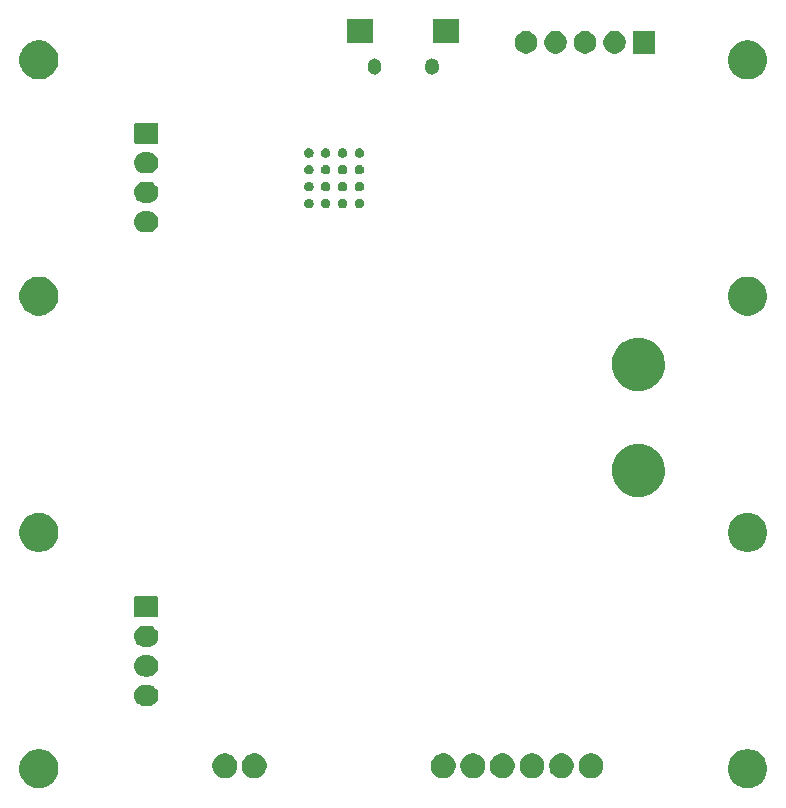
<source format=gbs>
G04 #@! TF.GenerationSoftware,KiCad,Pcbnew,(5.0.2)-1*
G04 #@! TF.CreationDate,2019-10-10T06:56:03+09:00*
G04 #@! TF.ProjectId,PM_Board,504d5f42-6f61-4726-942e-6b696361645f,rev?*
G04 #@! TF.SameCoordinates,Original*
G04 #@! TF.FileFunction,Soldermask,Bot*
G04 #@! TF.FilePolarity,Negative*
%FSLAX46Y46*%
G04 Gerber Fmt 4.6, Leading zero omitted, Abs format (unit mm)*
G04 Created by KiCad (PCBNEW (5.0.2)-1) date 2019/10/10 6:56:03*
%MOMM*%
%LPD*%
G01*
G04 APERTURE LIST*
%ADD10C,0.100000*%
G04 APERTURE END LIST*
D10*
G36*
X182875256Y-138391298D02*
X182981579Y-138412447D01*
X183282042Y-138536903D01*
X183524637Y-138699000D01*
X183552454Y-138717587D01*
X183782413Y-138947546D01*
X183963098Y-139217960D01*
X183999550Y-139305963D01*
X184087553Y-139518421D01*
X184151000Y-139837391D01*
X184151000Y-140162609D01*
X184099807Y-140419976D01*
X184087553Y-140481578D01*
X183971975Y-140760610D01*
X183963097Y-140782042D01*
X183784820Y-141048852D01*
X183782413Y-141052454D01*
X183552454Y-141282413D01*
X183552451Y-141282415D01*
X183282042Y-141463097D01*
X182981579Y-141587553D01*
X182875256Y-141608702D01*
X182662611Y-141651000D01*
X182337389Y-141651000D01*
X182124744Y-141608702D01*
X182018421Y-141587553D01*
X181717958Y-141463097D01*
X181447549Y-141282415D01*
X181447546Y-141282413D01*
X181217587Y-141052454D01*
X181215180Y-141048852D01*
X181036903Y-140782042D01*
X181028026Y-140760610D01*
X180912447Y-140481578D01*
X180900194Y-140419976D01*
X180849000Y-140162609D01*
X180849000Y-139837391D01*
X180912447Y-139518421D01*
X181000450Y-139305963D01*
X181036902Y-139217960D01*
X181217587Y-138947546D01*
X181447546Y-138717587D01*
X181475363Y-138699000D01*
X181717958Y-138536903D01*
X182018421Y-138412447D01*
X182124744Y-138391298D01*
X182337389Y-138349000D01*
X182662611Y-138349000D01*
X182875256Y-138391298D01*
X182875256Y-138391298D01*
G37*
G36*
X122875256Y-138391298D02*
X122981579Y-138412447D01*
X123282042Y-138536903D01*
X123524637Y-138699000D01*
X123552454Y-138717587D01*
X123782413Y-138947546D01*
X123963098Y-139217960D01*
X123999550Y-139305963D01*
X124087553Y-139518421D01*
X124151000Y-139837391D01*
X124151000Y-140162609D01*
X124099807Y-140419976D01*
X124087553Y-140481578D01*
X123971975Y-140760610D01*
X123963097Y-140782042D01*
X123784820Y-141048852D01*
X123782413Y-141052454D01*
X123552454Y-141282413D01*
X123552451Y-141282415D01*
X123282042Y-141463097D01*
X122981579Y-141587553D01*
X122875256Y-141608702D01*
X122662611Y-141651000D01*
X122337389Y-141651000D01*
X122124744Y-141608702D01*
X122018421Y-141587553D01*
X121717958Y-141463097D01*
X121447549Y-141282415D01*
X121447546Y-141282413D01*
X121217587Y-141052454D01*
X121215180Y-141048852D01*
X121036903Y-140782042D01*
X121028026Y-140760610D01*
X120912447Y-140481578D01*
X120900194Y-140419976D01*
X120849000Y-140162609D01*
X120849000Y-139837391D01*
X120912447Y-139518421D01*
X121000450Y-139305963D01*
X121036902Y-139217960D01*
X121217587Y-138947546D01*
X121447546Y-138717587D01*
X121475363Y-138699000D01*
X121717958Y-138536903D01*
X122018421Y-138412447D01*
X122124744Y-138391298D01*
X122337389Y-138349000D01*
X122662611Y-138349000D01*
X122875256Y-138391298D01*
X122875256Y-138391298D01*
G37*
G36*
X138556565Y-138739389D02*
X138747834Y-138818615D01*
X138919976Y-138933637D01*
X139066363Y-139080024D01*
X139181385Y-139252166D01*
X139260611Y-139443435D01*
X139301000Y-139646484D01*
X139301000Y-139853516D01*
X139260611Y-140056565D01*
X139181385Y-140247834D01*
X139066363Y-140419976D01*
X138919976Y-140566363D01*
X138747834Y-140681385D01*
X138556565Y-140760611D01*
X138353516Y-140801000D01*
X138146484Y-140801000D01*
X137943435Y-140760611D01*
X137752166Y-140681385D01*
X137580024Y-140566363D01*
X137433637Y-140419976D01*
X137318615Y-140247834D01*
X137239389Y-140056565D01*
X137199000Y-139853516D01*
X137199000Y-139646484D01*
X137239389Y-139443435D01*
X137318615Y-139252166D01*
X137433637Y-139080024D01*
X137580024Y-138933637D01*
X137752166Y-138818615D01*
X137943435Y-138739389D01*
X138146484Y-138699000D01*
X138353516Y-138699000D01*
X138556565Y-138739389D01*
X138556565Y-138739389D01*
G37*
G36*
X141056565Y-138739389D02*
X141247834Y-138818615D01*
X141419976Y-138933637D01*
X141566363Y-139080024D01*
X141681385Y-139252166D01*
X141760611Y-139443435D01*
X141801000Y-139646484D01*
X141801000Y-139853516D01*
X141760611Y-140056565D01*
X141681385Y-140247834D01*
X141566363Y-140419976D01*
X141419976Y-140566363D01*
X141247834Y-140681385D01*
X141056565Y-140760611D01*
X140853516Y-140801000D01*
X140646484Y-140801000D01*
X140443435Y-140760611D01*
X140252166Y-140681385D01*
X140080024Y-140566363D01*
X139933637Y-140419976D01*
X139818615Y-140247834D01*
X139739389Y-140056565D01*
X139699000Y-139853516D01*
X139699000Y-139646484D01*
X139739389Y-139443435D01*
X139818615Y-139252166D01*
X139933637Y-139080024D01*
X140080024Y-138933637D01*
X140252166Y-138818615D01*
X140443435Y-138739389D01*
X140646484Y-138699000D01*
X140853516Y-138699000D01*
X141056565Y-138739389D01*
X141056565Y-138739389D01*
G37*
G36*
X157056565Y-138739389D02*
X157247834Y-138818615D01*
X157419976Y-138933637D01*
X157566363Y-139080024D01*
X157681385Y-139252166D01*
X157760611Y-139443435D01*
X157801000Y-139646484D01*
X157801000Y-139853516D01*
X157760611Y-140056565D01*
X157681385Y-140247834D01*
X157566363Y-140419976D01*
X157419976Y-140566363D01*
X157247834Y-140681385D01*
X157056565Y-140760611D01*
X156853516Y-140801000D01*
X156646484Y-140801000D01*
X156443435Y-140760611D01*
X156252166Y-140681385D01*
X156080024Y-140566363D01*
X155933637Y-140419976D01*
X155818615Y-140247834D01*
X155739389Y-140056565D01*
X155699000Y-139853516D01*
X155699000Y-139646484D01*
X155739389Y-139443435D01*
X155818615Y-139252166D01*
X155933637Y-139080024D01*
X156080024Y-138933637D01*
X156252166Y-138818615D01*
X156443435Y-138739389D01*
X156646484Y-138699000D01*
X156853516Y-138699000D01*
X157056565Y-138739389D01*
X157056565Y-138739389D01*
G37*
G36*
X159556565Y-138739389D02*
X159747834Y-138818615D01*
X159919976Y-138933637D01*
X160066363Y-139080024D01*
X160181385Y-139252166D01*
X160260611Y-139443435D01*
X160301000Y-139646484D01*
X160301000Y-139853516D01*
X160260611Y-140056565D01*
X160181385Y-140247834D01*
X160066363Y-140419976D01*
X159919976Y-140566363D01*
X159747834Y-140681385D01*
X159556565Y-140760611D01*
X159353516Y-140801000D01*
X159146484Y-140801000D01*
X158943435Y-140760611D01*
X158752166Y-140681385D01*
X158580024Y-140566363D01*
X158433637Y-140419976D01*
X158318615Y-140247834D01*
X158239389Y-140056565D01*
X158199000Y-139853516D01*
X158199000Y-139646484D01*
X158239389Y-139443435D01*
X158318615Y-139252166D01*
X158433637Y-139080024D01*
X158580024Y-138933637D01*
X158752166Y-138818615D01*
X158943435Y-138739389D01*
X159146484Y-138699000D01*
X159353516Y-138699000D01*
X159556565Y-138739389D01*
X159556565Y-138739389D01*
G37*
G36*
X169556565Y-138739389D02*
X169747834Y-138818615D01*
X169919976Y-138933637D01*
X170066363Y-139080024D01*
X170181385Y-139252166D01*
X170260611Y-139443435D01*
X170301000Y-139646484D01*
X170301000Y-139853516D01*
X170260611Y-140056565D01*
X170181385Y-140247834D01*
X170066363Y-140419976D01*
X169919976Y-140566363D01*
X169747834Y-140681385D01*
X169556565Y-140760611D01*
X169353516Y-140801000D01*
X169146484Y-140801000D01*
X168943435Y-140760611D01*
X168752166Y-140681385D01*
X168580024Y-140566363D01*
X168433637Y-140419976D01*
X168318615Y-140247834D01*
X168239389Y-140056565D01*
X168199000Y-139853516D01*
X168199000Y-139646484D01*
X168239389Y-139443435D01*
X168318615Y-139252166D01*
X168433637Y-139080024D01*
X168580024Y-138933637D01*
X168752166Y-138818615D01*
X168943435Y-138739389D01*
X169146484Y-138699000D01*
X169353516Y-138699000D01*
X169556565Y-138739389D01*
X169556565Y-138739389D01*
G37*
G36*
X167056565Y-138739389D02*
X167247834Y-138818615D01*
X167419976Y-138933637D01*
X167566363Y-139080024D01*
X167681385Y-139252166D01*
X167760611Y-139443435D01*
X167801000Y-139646484D01*
X167801000Y-139853516D01*
X167760611Y-140056565D01*
X167681385Y-140247834D01*
X167566363Y-140419976D01*
X167419976Y-140566363D01*
X167247834Y-140681385D01*
X167056565Y-140760611D01*
X166853516Y-140801000D01*
X166646484Y-140801000D01*
X166443435Y-140760611D01*
X166252166Y-140681385D01*
X166080024Y-140566363D01*
X165933637Y-140419976D01*
X165818615Y-140247834D01*
X165739389Y-140056565D01*
X165699000Y-139853516D01*
X165699000Y-139646484D01*
X165739389Y-139443435D01*
X165818615Y-139252166D01*
X165933637Y-139080024D01*
X166080024Y-138933637D01*
X166252166Y-138818615D01*
X166443435Y-138739389D01*
X166646484Y-138699000D01*
X166853516Y-138699000D01*
X167056565Y-138739389D01*
X167056565Y-138739389D01*
G37*
G36*
X162056565Y-138739389D02*
X162247834Y-138818615D01*
X162419976Y-138933637D01*
X162566363Y-139080024D01*
X162681385Y-139252166D01*
X162760611Y-139443435D01*
X162801000Y-139646484D01*
X162801000Y-139853516D01*
X162760611Y-140056565D01*
X162681385Y-140247834D01*
X162566363Y-140419976D01*
X162419976Y-140566363D01*
X162247834Y-140681385D01*
X162056565Y-140760611D01*
X161853516Y-140801000D01*
X161646484Y-140801000D01*
X161443435Y-140760611D01*
X161252166Y-140681385D01*
X161080024Y-140566363D01*
X160933637Y-140419976D01*
X160818615Y-140247834D01*
X160739389Y-140056565D01*
X160699000Y-139853516D01*
X160699000Y-139646484D01*
X160739389Y-139443435D01*
X160818615Y-139252166D01*
X160933637Y-139080024D01*
X161080024Y-138933637D01*
X161252166Y-138818615D01*
X161443435Y-138739389D01*
X161646484Y-138699000D01*
X161853516Y-138699000D01*
X162056565Y-138739389D01*
X162056565Y-138739389D01*
G37*
G36*
X164556565Y-138739389D02*
X164747834Y-138818615D01*
X164919976Y-138933637D01*
X165066363Y-139080024D01*
X165181385Y-139252166D01*
X165260611Y-139443435D01*
X165301000Y-139646484D01*
X165301000Y-139853516D01*
X165260611Y-140056565D01*
X165181385Y-140247834D01*
X165066363Y-140419976D01*
X164919976Y-140566363D01*
X164747834Y-140681385D01*
X164556565Y-140760611D01*
X164353516Y-140801000D01*
X164146484Y-140801000D01*
X163943435Y-140760611D01*
X163752166Y-140681385D01*
X163580024Y-140566363D01*
X163433637Y-140419976D01*
X163318615Y-140247834D01*
X163239389Y-140056565D01*
X163199000Y-139853516D01*
X163199000Y-139646484D01*
X163239389Y-139443435D01*
X163318615Y-139252166D01*
X163433637Y-139080024D01*
X163580024Y-138933637D01*
X163752166Y-138818615D01*
X163943435Y-138739389D01*
X164146484Y-138699000D01*
X164353516Y-138699000D01*
X164556565Y-138739389D01*
X164556565Y-138739389D01*
G37*
G36*
X131835442Y-132905518D02*
X131901627Y-132912037D01*
X132014853Y-132946384D01*
X132071467Y-132963557D01*
X132210087Y-133037652D01*
X132227991Y-133047222D01*
X132263729Y-133076552D01*
X132365186Y-133159814D01*
X132448448Y-133261271D01*
X132477778Y-133297009D01*
X132477779Y-133297011D01*
X132561443Y-133453533D01*
X132561443Y-133453534D01*
X132612963Y-133623373D01*
X132630359Y-133800000D01*
X132612963Y-133976627D01*
X132578616Y-134089853D01*
X132561443Y-134146467D01*
X132487348Y-134285087D01*
X132477778Y-134302991D01*
X132448448Y-134338729D01*
X132365186Y-134440186D01*
X132263729Y-134523448D01*
X132227991Y-134552778D01*
X132227989Y-134552779D01*
X132071467Y-134636443D01*
X132014853Y-134653616D01*
X131901627Y-134687963D01*
X131835442Y-134694482D01*
X131769260Y-134701000D01*
X131430740Y-134701000D01*
X131364558Y-134694482D01*
X131298373Y-134687963D01*
X131185147Y-134653616D01*
X131128533Y-134636443D01*
X130972011Y-134552779D01*
X130972009Y-134552778D01*
X130936271Y-134523448D01*
X130834814Y-134440186D01*
X130751552Y-134338729D01*
X130722222Y-134302991D01*
X130712652Y-134285087D01*
X130638557Y-134146467D01*
X130621384Y-134089853D01*
X130587037Y-133976627D01*
X130569641Y-133800000D01*
X130587037Y-133623373D01*
X130638557Y-133453534D01*
X130638557Y-133453533D01*
X130722221Y-133297011D01*
X130722222Y-133297009D01*
X130751552Y-133261271D01*
X130834814Y-133159814D01*
X130936271Y-133076552D01*
X130972009Y-133047222D01*
X130989913Y-133037652D01*
X131128533Y-132963557D01*
X131185147Y-132946384D01*
X131298373Y-132912037D01*
X131364558Y-132905518D01*
X131430740Y-132899000D01*
X131769260Y-132899000D01*
X131835442Y-132905518D01*
X131835442Y-132905518D01*
G37*
G36*
X131835442Y-130405518D02*
X131901627Y-130412037D01*
X132014853Y-130446384D01*
X132071467Y-130463557D01*
X132210087Y-130537652D01*
X132227991Y-130547222D01*
X132263729Y-130576552D01*
X132365186Y-130659814D01*
X132448448Y-130761271D01*
X132477778Y-130797009D01*
X132477779Y-130797011D01*
X132561443Y-130953533D01*
X132561443Y-130953534D01*
X132612963Y-131123373D01*
X132630359Y-131300000D01*
X132612963Y-131476627D01*
X132578616Y-131589853D01*
X132561443Y-131646467D01*
X132487348Y-131785087D01*
X132477778Y-131802991D01*
X132448448Y-131838729D01*
X132365186Y-131940186D01*
X132263729Y-132023448D01*
X132227991Y-132052778D01*
X132227989Y-132052779D01*
X132071467Y-132136443D01*
X132014853Y-132153616D01*
X131901627Y-132187963D01*
X131835443Y-132194481D01*
X131769260Y-132201000D01*
X131430740Y-132201000D01*
X131364557Y-132194481D01*
X131298373Y-132187963D01*
X131185147Y-132153616D01*
X131128533Y-132136443D01*
X130972011Y-132052779D01*
X130972009Y-132052778D01*
X130936271Y-132023448D01*
X130834814Y-131940186D01*
X130751552Y-131838729D01*
X130722222Y-131802991D01*
X130712652Y-131785087D01*
X130638557Y-131646467D01*
X130621384Y-131589853D01*
X130587037Y-131476627D01*
X130569641Y-131300000D01*
X130587037Y-131123373D01*
X130638557Y-130953534D01*
X130638557Y-130953533D01*
X130722221Y-130797011D01*
X130722222Y-130797009D01*
X130751552Y-130761271D01*
X130834814Y-130659814D01*
X130936271Y-130576552D01*
X130972009Y-130547222D01*
X130989913Y-130537652D01*
X131128533Y-130463557D01*
X131185147Y-130446384D01*
X131298373Y-130412037D01*
X131364558Y-130405518D01*
X131430740Y-130399000D01*
X131769260Y-130399000D01*
X131835442Y-130405518D01*
X131835442Y-130405518D01*
G37*
G36*
X131835442Y-127905518D02*
X131901627Y-127912037D01*
X132014853Y-127946384D01*
X132071467Y-127963557D01*
X132210087Y-128037652D01*
X132227991Y-128047222D01*
X132263729Y-128076552D01*
X132365186Y-128159814D01*
X132448448Y-128261271D01*
X132477778Y-128297009D01*
X132477779Y-128297011D01*
X132561443Y-128453533D01*
X132561443Y-128453534D01*
X132612963Y-128623373D01*
X132630359Y-128800000D01*
X132612963Y-128976627D01*
X132578616Y-129089853D01*
X132561443Y-129146467D01*
X132487348Y-129285087D01*
X132477778Y-129302991D01*
X132448448Y-129338729D01*
X132365186Y-129440186D01*
X132263729Y-129523448D01*
X132227991Y-129552778D01*
X132227989Y-129552779D01*
X132071467Y-129636443D01*
X132014853Y-129653616D01*
X131901627Y-129687963D01*
X131835442Y-129694482D01*
X131769260Y-129701000D01*
X131430740Y-129701000D01*
X131364558Y-129694482D01*
X131298373Y-129687963D01*
X131185147Y-129653616D01*
X131128533Y-129636443D01*
X130972011Y-129552779D01*
X130972009Y-129552778D01*
X130936271Y-129523448D01*
X130834814Y-129440186D01*
X130751552Y-129338729D01*
X130722222Y-129302991D01*
X130712652Y-129285087D01*
X130638557Y-129146467D01*
X130621384Y-129089853D01*
X130587037Y-128976627D01*
X130569641Y-128800000D01*
X130587037Y-128623373D01*
X130638557Y-128453534D01*
X130638557Y-128453533D01*
X130722221Y-128297011D01*
X130722222Y-128297009D01*
X130751552Y-128261271D01*
X130834814Y-128159814D01*
X130936271Y-128076552D01*
X130972009Y-128047222D01*
X130989913Y-128037652D01*
X131128533Y-127963557D01*
X131185147Y-127946384D01*
X131298373Y-127912037D01*
X131364558Y-127905518D01*
X131430740Y-127899000D01*
X131769260Y-127899000D01*
X131835442Y-127905518D01*
X131835442Y-127905518D01*
G37*
G36*
X132483600Y-125402989D02*
X132516649Y-125413014D01*
X132547106Y-125429294D01*
X132573799Y-125451201D01*
X132595706Y-125477894D01*
X132611986Y-125508351D01*
X132622011Y-125541400D01*
X132626000Y-125581904D01*
X132626000Y-127018096D01*
X132622011Y-127058600D01*
X132611986Y-127091649D01*
X132595706Y-127122106D01*
X132573799Y-127148799D01*
X132547106Y-127170706D01*
X132516649Y-127186986D01*
X132483600Y-127197011D01*
X132443096Y-127201000D01*
X130756904Y-127201000D01*
X130716400Y-127197011D01*
X130683351Y-127186986D01*
X130652894Y-127170706D01*
X130626201Y-127148799D01*
X130604294Y-127122106D01*
X130588014Y-127091649D01*
X130577989Y-127058600D01*
X130574000Y-127018096D01*
X130574000Y-125581904D01*
X130577989Y-125541400D01*
X130588014Y-125508351D01*
X130604294Y-125477894D01*
X130626201Y-125451201D01*
X130652894Y-125429294D01*
X130683351Y-125413014D01*
X130716400Y-125402989D01*
X130756904Y-125399000D01*
X132443096Y-125399000D01*
X132483600Y-125402989D01*
X132483600Y-125402989D01*
G37*
G36*
X122875256Y-118391298D02*
X122981579Y-118412447D01*
X123282042Y-118536903D01*
X123548852Y-118715180D01*
X123552454Y-118717587D01*
X123782413Y-118947546D01*
X123963098Y-119217960D01*
X124087553Y-119518422D01*
X124151000Y-119837389D01*
X124151000Y-120162611D01*
X124087553Y-120481578D01*
X123963098Y-120782040D01*
X123782413Y-121052454D01*
X123552454Y-121282413D01*
X123552451Y-121282415D01*
X123282042Y-121463097D01*
X122981579Y-121587553D01*
X122875256Y-121608702D01*
X122662611Y-121651000D01*
X122337389Y-121651000D01*
X122124744Y-121608702D01*
X122018421Y-121587553D01*
X121717958Y-121463097D01*
X121447549Y-121282415D01*
X121447546Y-121282413D01*
X121217587Y-121052454D01*
X121036902Y-120782040D01*
X120912447Y-120481578D01*
X120849000Y-120162611D01*
X120849000Y-119837389D01*
X120912447Y-119518422D01*
X121036902Y-119217960D01*
X121217587Y-118947546D01*
X121447546Y-118717587D01*
X121451148Y-118715180D01*
X121717958Y-118536903D01*
X122018421Y-118412447D01*
X122124744Y-118391298D01*
X122337389Y-118349000D01*
X122662611Y-118349000D01*
X122875256Y-118391298D01*
X122875256Y-118391298D01*
G37*
G36*
X182875256Y-118391298D02*
X182981579Y-118412447D01*
X183282042Y-118536903D01*
X183548852Y-118715180D01*
X183552454Y-118717587D01*
X183782413Y-118947546D01*
X183963098Y-119217960D01*
X184087553Y-119518422D01*
X184151000Y-119837389D01*
X184151000Y-120162611D01*
X184087553Y-120481578D01*
X183963098Y-120782040D01*
X183782413Y-121052454D01*
X183552454Y-121282413D01*
X183552451Y-121282415D01*
X183282042Y-121463097D01*
X182981579Y-121587553D01*
X182875256Y-121608702D01*
X182662611Y-121651000D01*
X182337389Y-121651000D01*
X182124744Y-121608702D01*
X182018421Y-121587553D01*
X181717958Y-121463097D01*
X181447549Y-121282415D01*
X181447546Y-121282413D01*
X181217587Y-121052454D01*
X181036902Y-120782040D01*
X180912447Y-120481578D01*
X180849000Y-120162611D01*
X180849000Y-119837389D01*
X180912447Y-119518422D01*
X181036902Y-119217960D01*
X181217587Y-118947546D01*
X181447546Y-118717587D01*
X181451148Y-118715180D01*
X181717958Y-118536903D01*
X182018421Y-118412447D01*
X182124744Y-118391298D01*
X182337389Y-118349000D01*
X182662611Y-118349000D01*
X182875256Y-118391298D01*
X182875256Y-118391298D01*
G37*
G36*
X173558445Y-112516254D02*
X173906593Y-112585504D01*
X174316249Y-112755189D01*
X174684929Y-113001534D01*
X174998466Y-113315071D01*
X175244811Y-113683751D01*
X175414496Y-114093407D01*
X175465336Y-114349000D01*
X175501000Y-114528294D01*
X175501000Y-114971706D01*
X175483746Y-115058445D01*
X175414496Y-115406593D01*
X175244811Y-115816249D01*
X174998466Y-116184929D01*
X174684929Y-116498466D01*
X174316249Y-116744811D01*
X173906593Y-116914496D01*
X173558445Y-116983746D01*
X173471706Y-117001000D01*
X173028294Y-117001000D01*
X172941555Y-116983746D01*
X172593407Y-116914496D01*
X172183751Y-116744811D01*
X171815071Y-116498466D01*
X171501534Y-116184929D01*
X171255189Y-115816249D01*
X171085504Y-115406593D01*
X171016254Y-115058445D01*
X170999000Y-114971706D01*
X170999000Y-114528294D01*
X171034664Y-114349000D01*
X171085504Y-114093407D01*
X171255189Y-113683751D01*
X171501534Y-113315071D01*
X171815071Y-113001534D01*
X172183751Y-112755189D01*
X172593407Y-112585504D01*
X172941555Y-112516254D01*
X173028294Y-112499000D01*
X173471706Y-112499000D01*
X173558445Y-112516254D01*
X173558445Y-112516254D01*
G37*
G36*
X173558445Y-103516254D02*
X173906593Y-103585504D01*
X174316249Y-103755189D01*
X174684929Y-104001534D01*
X174998466Y-104315071D01*
X175244811Y-104683751D01*
X175414496Y-105093407D01*
X175465336Y-105349000D01*
X175501000Y-105528294D01*
X175501000Y-105971706D01*
X175483746Y-106058445D01*
X175414496Y-106406593D01*
X175244811Y-106816249D01*
X174998466Y-107184929D01*
X174684929Y-107498466D01*
X174316249Y-107744811D01*
X173906593Y-107914496D01*
X173558445Y-107983746D01*
X173471706Y-108001000D01*
X173028294Y-108001000D01*
X172941555Y-107983746D01*
X172593407Y-107914496D01*
X172183751Y-107744811D01*
X171815071Y-107498466D01*
X171501534Y-107184929D01*
X171255189Y-106816249D01*
X171085504Y-106406593D01*
X171016254Y-106058445D01*
X170999000Y-105971706D01*
X170999000Y-105528294D01*
X171034664Y-105349000D01*
X171085504Y-105093407D01*
X171255189Y-104683751D01*
X171501534Y-104315071D01*
X171815071Y-104001534D01*
X172183751Y-103755189D01*
X172593407Y-103585504D01*
X172941555Y-103516254D01*
X173028294Y-103499000D01*
X173471706Y-103499000D01*
X173558445Y-103516254D01*
X173558445Y-103516254D01*
G37*
G36*
X122875256Y-98391298D02*
X122981579Y-98412447D01*
X123282042Y-98536903D01*
X123548852Y-98715180D01*
X123552454Y-98717587D01*
X123782413Y-98947546D01*
X123963098Y-99217960D01*
X124087553Y-99518422D01*
X124151000Y-99837389D01*
X124151000Y-100162611D01*
X124087553Y-100481578D01*
X123963098Y-100782040D01*
X123782413Y-101052454D01*
X123552454Y-101282413D01*
X123552451Y-101282415D01*
X123282042Y-101463097D01*
X122981579Y-101587553D01*
X122875256Y-101608702D01*
X122662611Y-101651000D01*
X122337389Y-101651000D01*
X122124744Y-101608702D01*
X122018421Y-101587553D01*
X121717958Y-101463097D01*
X121447549Y-101282415D01*
X121447546Y-101282413D01*
X121217587Y-101052454D01*
X121036902Y-100782040D01*
X120912447Y-100481578D01*
X120849000Y-100162611D01*
X120849000Y-99837389D01*
X120912447Y-99518422D01*
X121036902Y-99217960D01*
X121217587Y-98947546D01*
X121447546Y-98717587D01*
X121451148Y-98715180D01*
X121717958Y-98536903D01*
X122018421Y-98412447D01*
X122124744Y-98391298D01*
X122337389Y-98349000D01*
X122662611Y-98349000D01*
X122875256Y-98391298D01*
X122875256Y-98391298D01*
G37*
G36*
X182875256Y-98391298D02*
X182981579Y-98412447D01*
X183282042Y-98536903D01*
X183548852Y-98715180D01*
X183552454Y-98717587D01*
X183782413Y-98947546D01*
X183963098Y-99217960D01*
X184087553Y-99518422D01*
X184151000Y-99837389D01*
X184151000Y-100162611D01*
X184087553Y-100481578D01*
X183963098Y-100782040D01*
X183782413Y-101052454D01*
X183552454Y-101282413D01*
X183552451Y-101282415D01*
X183282042Y-101463097D01*
X182981579Y-101587553D01*
X182875256Y-101608702D01*
X182662611Y-101651000D01*
X182337389Y-101651000D01*
X182124744Y-101608702D01*
X182018421Y-101587553D01*
X181717958Y-101463097D01*
X181447549Y-101282415D01*
X181447546Y-101282413D01*
X181217587Y-101052454D01*
X181036902Y-100782040D01*
X180912447Y-100481578D01*
X180849000Y-100162611D01*
X180849000Y-99837389D01*
X180912447Y-99518422D01*
X181036902Y-99217960D01*
X181217587Y-98947546D01*
X181447546Y-98717587D01*
X181451148Y-98715180D01*
X181717958Y-98536903D01*
X182018421Y-98412447D01*
X182124744Y-98391298D01*
X182337389Y-98349000D01*
X182662611Y-98349000D01*
X182875256Y-98391298D01*
X182875256Y-98391298D01*
G37*
G36*
X131835443Y-92805519D02*
X131901627Y-92812037D01*
X132014853Y-92846384D01*
X132071467Y-92863557D01*
X132210087Y-92937652D01*
X132227991Y-92947222D01*
X132263729Y-92976552D01*
X132365186Y-93059814D01*
X132448448Y-93161271D01*
X132477778Y-93197009D01*
X132477779Y-93197011D01*
X132561443Y-93353533D01*
X132561443Y-93353534D01*
X132612963Y-93523373D01*
X132630359Y-93700000D01*
X132612963Y-93876627D01*
X132578616Y-93989853D01*
X132561443Y-94046467D01*
X132487348Y-94185087D01*
X132477778Y-94202991D01*
X132448448Y-94238729D01*
X132365186Y-94340186D01*
X132263729Y-94423448D01*
X132227991Y-94452778D01*
X132227989Y-94452779D01*
X132071467Y-94536443D01*
X132014853Y-94553616D01*
X131901627Y-94587963D01*
X131835443Y-94594481D01*
X131769260Y-94601000D01*
X131430740Y-94601000D01*
X131364557Y-94594481D01*
X131298373Y-94587963D01*
X131185147Y-94553616D01*
X131128533Y-94536443D01*
X130972011Y-94452779D01*
X130972009Y-94452778D01*
X130936271Y-94423448D01*
X130834814Y-94340186D01*
X130751552Y-94238729D01*
X130722222Y-94202991D01*
X130712652Y-94185087D01*
X130638557Y-94046467D01*
X130621384Y-93989853D01*
X130587037Y-93876627D01*
X130569641Y-93700000D01*
X130587037Y-93523373D01*
X130638557Y-93353534D01*
X130638557Y-93353533D01*
X130722221Y-93197011D01*
X130722222Y-93197009D01*
X130751552Y-93161271D01*
X130834814Y-93059814D01*
X130936271Y-92976552D01*
X130972009Y-92947222D01*
X130989913Y-92937652D01*
X131128533Y-92863557D01*
X131185147Y-92846384D01*
X131298373Y-92812037D01*
X131364557Y-92805519D01*
X131430740Y-92799000D01*
X131769260Y-92799000D01*
X131835443Y-92805519D01*
X131835443Y-92805519D01*
G37*
G36*
X146866951Y-91738075D02*
X146906291Y-91745900D01*
X146980405Y-91776599D01*
X147047107Y-91821168D01*
X147103832Y-91877893D01*
X147148401Y-91944595D01*
X147179100Y-92018709D01*
X147194750Y-92097389D01*
X147194750Y-92177611D01*
X147179100Y-92256291D01*
X147148401Y-92330405D01*
X147103832Y-92397107D01*
X147047107Y-92453832D01*
X146980405Y-92498401D01*
X146906291Y-92529100D01*
X146866951Y-92536925D01*
X146827612Y-92544750D01*
X146747388Y-92544750D01*
X146708049Y-92536925D01*
X146668709Y-92529100D01*
X146594595Y-92498401D01*
X146527893Y-92453832D01*
X146471168Y-92397107D01*
X146426599Y-92330405D01*
X146395900Y-92256291D01*
X146380250Y-92177611D01*
X146380250Y-92097389D01*
X146395900Y-92018709D01*
X146426599Y-91944595D01*
X146471168Y-91877893D01*
X146527893Y-91821168D01*
X146594595Y-91776599D01*
X146668709Y-91745900D01*
X146708049Y-91738075D01*
X146747388Y-91730250D01*
X146827612Y-91730250D01*
X146866951Y-91738075D01*
X146866951Y-91738075D01*
G37*
G36*
X149716951Y-91738075D02*
X149756291Y-91745900D01*
X149830405Y-91776599D01*
X149897107Y-91821168D01*
X149953832Y-91877893D01*
X149998401Y-91944595D01*
X150029100Y-92018709D01*
X150044750Y-92097389D01*
X150044750Y-92177611D01*
X150029100Y-92256291D01*
X149998401Y-92330405D01*
X149953832Y-92397107D01*
X149897107Y-92453832D01*
X149830405Y-92498401D01*
X149756291Y-92529100D01*
X149716951Y-92536925D01*
X149677612Y-92544750D01*
X149597388Y-92544750D01*
X149558049Y-92536925D01*
X149518709Y-92529100D01*
X149444595Y-92498401D01*
X149377893Y-92453832D01*
X149321168Y-92397107D01*
X149276599Y-92330405D01*
X149245900Y-92256291D01*
X149230250Y-92177611D01*
X149230250Y-92097389D01*
X149245900Y-92018709D01*
X149276599Y-91944595D01*
X149321168Y-91877893D01*
X149377893Y-91821168D01*
X149444595Y-91776599D01*
X149518709Y-91745900D01*
X149558049Y-91738075D01*
X149597388Y-91730250D01*
X149677612Y-91730250D01*
X149716951Y-91738075D01*
X149716951Y-91738075D01*
G37*
G36*
X148291951Y-91738075D02*
X148331291Y-91745900D01*
X148405405Y-91776599D01*
X148472107Y-91821168D01*
X148528832Y-91877893D01*
X148573401Y-91944595D01*
X148604100Y-92018709D01*
X148619750Y-92097389D01*
X148619750Y-92177611D01*
X148604100Y-92256291D01*
X148573401Y-92330405D01*
X148528832Y-92397107D01*
X148472107Y-92453832D01*
X148405405Y-92498401D01*
X148331291Y-92529100D01*
X148291951Y-92536925D01*
X148252612Y-92544750D01*
X148172388Y-92544750D01*
X148133049Y-92536925D01*
X148093709Y-92529100D01*
X148019595Y-92498401D01*
X147952893Y-92453832D01*
X147896168Y-92397107D01*
X147851599Y-92330405D01*
X147820900Y-92256291D01*
X147805250Y-92177611D01*
X147805250Y-92097389D01*
X147820900Y-92018709D01*
X147851599Y-91944595D01*
X147896168Y-91877893D01*
X147952893Y-91821168D01*
X148019595Y-91776599D01*
X148093709Y-91745900D01*
X148133049Y-91738075D01*
X148172388Y-91730250D01*
X148252612Y-91730250D01*
X148291951Y-91738075D01*
X148291951Y-91738075D01*
G37*
G36*
X145441951Y-91738075D02*
X145481291Y-91745900D01*
X145555405Y-91776599D01*
X145622107Y-91821168D01*
X145678832Y-91877893D01*
X145723401Y-91944595D01*
X145754100Y-92018709D01*
X145769750Y-92097389D01*
X145769750Y-92177611D01*
X145754100Y-92256291D01*
X145723401Y-92330405D01*
X145678832Y-92397107D01*
X145622107Y-92453832D01*
X145555405Y-92498401D01*
X145481291Y-92529100D01*
X145441951Y-92536925D01*
X145402612Y-92544750D01*
X145322388Y-92544750D01*
X145283049Y-92536925D01*
X145243709Y-92529100D01*
X145169595Y-92498401D01*
X145102893Y-92453832D01*
X145046168Y-92397107D01*
X145001599Y-92330405D01*
X144970900Y-92256291D01*
X144955250Y-92177611D01*
X144955250Y-92097389D01*
X144970900Y-92018709D01*
X145001599Y-91944595D01*
X145046168Y-91877893D01*
X145102893Y-91821168D01*
X145169595Y-91776599D01*
X145243709Y-91745900D01*
X145283049Y-91738075D01*
X145322388Y-91730250D01*
X145402612Y-91730250D01*
X145441951Y-91738075D01*
X145441951Y-91738075D01*
G37*
G36*
X131832716Y-90305250D02*
X131901627Y-90312037D01*
X132014853Y-90346384D01*
X132071467Y-90363557D01*
X132210087Y-90437652D01*
X132227991Y-90447222D01*
X132263729Y-90476552D01*
X132365186Y-90559814D01*
X132448448Y-90661271D01*
X132477778Y-90697009D01*
X132477779Y-90697011D01*
X132561443Y-90853533D01*
X132561443Y-90853534D01*
X132612963Y-91023373D01*
X132630359Y-91200000D01*
X132612963Y-91376627D01*
X132578616Y-91489853D01*
X132561443Y-91546467D01*
X132487348Y-91685087D01*
X132477778Y-91702991D01*
X132455407Y-91730250D01*
X132365186Y-91840186D01*
X132263729Y-91923448D01*
X132227991Y-91952778D01*
X132227989Y-91952779D01*
X132071467Y-92036443D01*
X132014853Y-92053616D01*
X131901627Y-92087963D01*
X131835443Y-92094481D01*
X131769260Y-92101000D01*
X131430740Y-92101000D01*
X131364557Y-92094481D01*
X131298373Y-92087963D01*
X131185147Y-92053616D01*
X131128533Y-92036443D01*
X130972011Y-91952779D01*
X130972009Y-91952778D01*
X130936271Y-91923448D01*
X130834814Y-91840186D01*
X130744593Y-91730250D01*
X130722222Y-91702991D01*
X130712652Y-91685087D01*
X130638557Y-91546467D01*
X130621384Y-91489853D01*
X130587037Y-91376627D01*
X130569641Y-91200000D01*
X130587037Y-91023373D01*
X130638557Y-90853534D01*
X130638557Y-90853533D01*
X130722221Y-90697011D01*
X130722222Y-90697009D01*
X130751552Y-90661271D01*
X130834814Y-90559814D01*
X130936271Y-90476552D01*
X130972009Y-90447222D01*
X130989913Y-90437652D01*
X131128533Y-90363557D01*
X131185147Y-90346384D01*
X131298373Y-90312037D01*
X131367284Y-90305250D01*
X131430740Y-90299000D01*
X131769260Y-90299000D01*
X131832716Y-90305250D01*
X131832716Y-90305250D01*
G37*
G36*
X145441951Y-90313075D02*
X145481291Y-90320900D01*
X145555405Y-90351599D01*
X145622107Y-90396168D01*
X145678832Y-90452893D01*
X145723401Y-90519595D01*
X145754100Y-90593709D01*
X145769750Y-90672389D01*
X145769750Y-90752611D01*
X145754100Y-90831291D01*
X145723401Y-90905405D01*
X145678832Y-90972107D01*
X145622107Y-91028832D01*
X145555405Y-91073401D01*
X145481291Y-91104100D01*
X145441951Y-91111925D01*
X145402612Y-91119750D01*
X145322388Y-91119750D01*
X145283049Y-91111925D01*
X145243709Y-91104100D01*
X145169595Y-91073401D01*
X145102893Y-91028832D01*
X145046168Y-90972107D01*
X145001599Y-90905405D01*
X144970900Y-90831291D01*
X144955250Y-90752611D01*
X144955250Y-90672389D01*
X144970900Y-90593709D01*
X145001599Y-90519595D01*
X145046168Y-90452893D01*
X145102893Y-90396168D01*
X145169595Y-90351599D01*
X145243709Y-90320900D01*
X145283049Y-90313075D01*
X145322388Y-90305250D01*
X145402612Y-90305250D01*
X145441951Y-90313075D01*
X145441951Y-90313075D01*
G37*
G36*
X146866951Y-90313075D02*
X146906291Y-90320900D01*
X146980405Y-90351599D01*
X147047107Y-90396168D01*
X147103832Y-90452893D01*
X147148401Y-90519595D01*
X147179100Y-90593709D01*
X147194750Y-90672389D01*
X147194750Y-90752611D01*
X147179100Y-90831291D01*
X147148401Y-90905405D01*
X147103832Y-90972107D01*
X147047107Y-91028832D01*
X146980405Y-91073401D01*
X146906291Y-91104100D01*
X146866951Y-91111925D01*
X146827612Y-91119750D01*
X146747388Y-91119750D01*
X146708049Y-91111925D01*
X146668709Y-91104100D01*
X146594595Y-91073401D01*
X146527893Y-91028832D01*
X146471168Y-90972107D01*
X146426599Y-90905405D01*
X146395900Y-90831291D01*
X146380250Y-90752611D01*
X146380250Y-90672389D01*
X146395900Y-90593709D01*
X146426599Y-90519595D01*
X146471168Y-90452893D01*
X146527893Y-90396168D01*
X146594595Y-90351599D01*
X146668709Y-90320900D01*
X146708049Y-90313075D01*
X146747388Y-90305250D01*
X146827612Y-90305250D01*
X146866951Y-90313075D01*
X146866951Y-90313075D01*
G37*
G36*
X148291951Y-90313075D02*
X148331291Y-90320900D01*
X148405405Y-90351599D01*
X148472107Y-90396168D01*
X148528832Y-90452893D01*
X148573401Y-90519595D01*
X148604100Y-90593709D01*
X148619750Y-90672389D01*
X148619750Y-90752611D01*
X148604100Y-90831291D01*
X148573401Y-90905405D01*
X148528832Y-90972107D01*
X148472107Y-91028832D01*
X148405405Y-91073401D01*
X148331291Y-91104100D01*
X148291951Y-91111925D01*
X148252612Y-91119750D01*
X148172388Y-91119750D01*
X148133049Y-91111925D01*
X148093709Y-91104100D01*
X148019595Y-91073401D01*
X147952893Y-91028832D01*
X147896168Y-90972107D01*
X147851599Y-90905405D01*
X147820900Y-90831291D01*
X147805250Y-90752611D01*
X147805250Y-90672389D01*
X147820900Y-90593709D01*
X147851599Y-90519595D01*
X147896168Y-90452893D01*
X147952893Y-90396168D01*
X148019595Y-90351599D01*
X148093709Y-90320900D01*
X148133049Y-90313075D01*
X148172388Y-90305250D01*
X148252612Y-90305250D01*
X148291951Y-90313075D01*
X148291951Y-90313075D01*
G37*
G36*
X149716951Y-90313075D02*
X149756291Y-90320900D01*
X149830405Y-90351599D01*
X149897107Y-90396168D01*
X149953832Y-90452893D01*
X149998401Y-90519595D01*
X150029100Y-90593709D01*
X150044750Y-90672389D01*
X150044750Y-90752611D01*
X150029100Y-90831291D01*
X149998401Y-90905405D01*
X149953832Y-90972107D01*
X149897107Y-91028832D01*
X149830405Y-91073401D01*
X149756291Y-91104100D01*
X149716951Y-91111925D01*
X149677612Y-91119750D01*
X149597388Y-91119750D01*
X149558049Y-91111925D01*
X149518709Y-91104100D01*
X149444595Y-91073401D01*
X149377893Y-91028832D01*
X149321168Y-90972107D01*
X149276599Y-90905405D01*
X149245900Y-90831291D01*
X149230250Y-90752611D01*
X149230250Y-90672389D01*
X149245900Y-90593709D01*
X149276599Y-90519595D01*
X149321168Y-90452893D01*
X149377893Y-90396168D01*
X149444595Y-90351599D01*
X149518709Y-90320900D01*
X149558049Y-90313075D01*
X149597388Y-90305250D01*
X149677612Y-90305250D01*
X149716951Y-90313075D01*
X149716951Y-90313075D01*
G37*
G36*
X149716951Y-88888075D02*
X149756291Y-88895900D01*
X149830405Y-88926599D01*
X149897107Y-88971168D01*
X149953832Y-89027893D01*
X149998401Y-89094595D01*
X150029100Y-89168709D01*
X150044750Y-89247389D01*
X150044750Y-89327611D01*
X150029100Y-89406291D01*
X149998401Y-89480405D01*
X149953832Y-89547107D01*
X149897107Y-89603832D01*
X149830405Y-89648401D01*
X149756291Y-89679100D01*
X149716951Y-89686925D01*
X149677612Y-89694750D01*
X149597388Y-89694750D01*
X149558049Y-89686925D01*
X149518709Y-89679100D01*
X149444595Y-89648401D01*
X149377893Y-89603832D01*
X149321168Y-89547107D01*
X149276599Y-89480405D01*
X149245900Y-89406291D01*
X149230250Y-89327611D01*
X149230250Y-89247389D01*
X149245900Y-89168709D01*
X149276599Y-89094595D01*
X149321168Y-89027893D01*
X149377893Y-88971168D01*
X149444595Y-88926599D01*
X149518709Y-88895900D01*
X149558049Y-88888075D01*
X149597388Y-88880250D01*
X149677612Y-88880250D01*
X149716951Y-88888075D01*
X149716951Y-88888075D01*
G37*
G36*
X145441951Y-88888075D02*
X145481291Y-88895900D01*
X145555405Y-88926599D01*
X145622107Y-88971168D01*
X145678832Y-89027893D01*
X145723401Y-89094595D01*
X145754100Y-89168709D01*
X145769750Y-89247389D01*
X145769750Y-89327611D01*
X145754100Y-89406291D01*
X145723401Y-89480405D01*
X145678832Y-89547107D01*
X145622107Y-89603832D01*
X145555405Y-89648401D01*
X145481291Y-89679100D01*
X145441951Y-89686925D01*
X145402612Y-89694750D01*
X145322388Y-89694750D01*
X145283049Y-89686925D01*
X145243709Y-89679100D01*
X145169595Y-89648401D01*
X145102893Y-89603832D01*
X145046168Y-89547107D01*
X145001599Y-89480405D01*
X144970900Y-89406291D01*
X144955250Y-89327611D01*
X144955250Y-89247389D01*
X144970900Y-89168709D01*
X145001599Y-89094595D01*
X145046168Y-89027893D01*
X145102893Y-88971168D01*
X145169595Y-88926599D01*
X145243709Y-88895900D01*
X145283049Y-88888075D01*
X145322388Y-88880250D01*
X145402612Y-88880250D01*
X145441951Y-88888075D01*
X145441951Y-88888075D01*
G37*
G36*
X148291951Y-88888075D02*
X148331291Y-88895900D01*
X148405405Y-88926599D01*
X148472107Y-88971168D01*
X148528832Y-89027893D01*
X148573401Y-89094595D01*
X148604100Y-89168709D01*
X148619750Y-89247389D01*
X148619750Y-89327611D01*
X148604100Y-89406291D01*
X148573401Y-89480405D01*
X148528832Y-89547107D01*
X148472107Y-89603832D01*
X148405405Y-89648401D01*
X148331291Y-89679100D01*
X148291951Y-89686925D01*
X148252612Y-89694750D01*
X148172388Y-89694750D01*
X148133049Y-89686925D01*
X148093709Y-89679100D01*
X148019595Y-89648401D01*
X147952893Y-89603832D01*
X147896168Y-89547107D01*
X147851599Y-89480405D01*
X147820900Y-89406291D01*
X147805250Y-89327611D01*
X147805250Y-89247389D01*
X147820900Y-89168709D01*
X147851599Y-89094595D01*
X147896168Y-89027893D01*
X147952893Y-88971168D01*
X148019595Y-88926599D01*
X148093709Y-88895900D01*
X148133049Y-88888075D01*
X148172388Y-88880250D01*
X148252612Y-88880250D01*
X148291951Y-88888075D01*
X148291951Y-88888075D01*
G37*
G36*
X146866951Y-88888075D02*
X146906291Y-88895900D01*
X146980405Y-88926599D01*
X147047107Y-88971168D01*
X147103832Y-89027893D01*
X147148401Y-89094595D01*
X147179100Y-89168709D01*
X147194750Y-89247389D01*
X147194750Y-89327611D01*
X147179100Y-89406291D01*
X147148401Y-89480405D01*
X147103832Y-89547107D01*
X147047107Y-89603832D01*
X146980405Y-89648401D01*
X146906291Y-89679100D01*
X146866951Y-89686925D01*
X146827612Y-89694750D01*
X146747388Y-89694750D01*
X146708049Y-89686925D01*
X146668709Y-89679100D01*
X146594595Y-89648401D01*
X146527893Y-89603832D01*
X146471168Y-89547107D01*
X146426599Y-89480405D01*
X146395900Y-89406291D01*
X146380250Y-89327611D01*
X146380250Y-89247389D01*
X146395900Y-89168709D01*
X146426599Y-89094595D01*
X146471168Y-89027893D01*
X146527893Y-88971168D01*
X146594595Y-88926599D01*
X146668709Y-88895900D01*
X146708049Y-88888075D01*
X146747388Y-88880250D01*
X146827612Y-88880250D01*
X146866951Y-88888075D01*
X146866951Y-88888075D01*
G37*
G36*
X131835443Y-87805519D02*
X131901627Y-87812037D01*
X132014853Y-87846384D01*
X132071467Y-87863557D01*
X132210087Y-87937652D01*
X132227991Y-87947222D01*
X132263729Y-87976552D01*
X132365186Y-88059814D01*
X132448448Y-88161271D01*
X132477778Y-88197009D01*
X132477779Y-88197011D01*
X132561443Y-88353533D01*
X132561443Y-88353534D01*
X132612963Y-88523373D01*
X132630359Y-88700000D01*
X132612963Y-88876627D01*
X132597804Y-88926599D01*
X132561443Y-89046467D01*
X132496102Y-89168709D01*
X132477778Y-89202991D01*
X132448448Y-89238729D01*
X132365186Y-89340186D01*
X132263729Y-89423448D01*
X132227991Y-89452778D01*
X132227989Y-89452779D01*
X132071467Y-89536443D01*
X132014853Y-89553616D01*
X131901627Y-89587963D01*
X131835443Y-89594481D01*
X131769260Y-89601000D01*
X131430740Y-89601000D01*
X131364557Y-89594481D01*
X131298373Y-89587963D01*
X131185147Y-89553616D01*
X131128533Y-89536443D01*
X130972011Y-89452779D01*
X130972009Y-89452778D01*
X130936271Y-89423448D01*
X130834814Y-89340186D01*
X130751552Y-89238729D01*
X130722222Y-89202991D01*
X130703898Y-89168709D01*
X130638557Y-89046467D01*
X130602196Y-88926599D01*
X130587037Y-88876627D01*
X130569641Y-88700000D01*
X130587037Y-88523373D01*
X130638557Y-88353534D01*
X130638557Y-88353533D01*
X130722221Y-88197011D01*
X130722222Y-88197009D01*
X130751552Y-88161271D01*
X130834814Y-88059814D01*
X130936271Y-87976552D01*
X130972009Y-87947222D01*
X130989913Y-87937652D01*
X131128533Y-87863557D01*
X131185147Y-87846384D01*
X131298373Y-87812037D01*
X131364557Y-87805519D01*
X131430740Y-87799000D01*
X131769260Y-87799000D01*
X131835443Y-87805519D01*
X131835443Y-87805519D01*
G37*
G36*
X149716951Y-87463075D02*
X149756291Y-87470900D01*
X149830405Y-87501599D01*
X149897107Y-87546168D01*
X149953832Y-87602893D01*
X149998401Y-87669595D01*
X150029100Y-87743709D01*
X150044750Y-87822389D01*
X150044750Y-87902611D01*
X150029100Y-87981291D01*
X149998401Y-88055405D01*
X149953832Y-88122107D01*
X149897107Y-88178832D01*
X149830405Y-88223401D01*
X149756291Y-88254100D01*
X149716951Y-88261925D01*
X149677612Y-88269750D01*
X149597388Y-88269750D01*
X149558049Y-88261925D01*
X149518709Y-88254100D01*
X149444595Y-88223401D01*
X149377893Y-88178832D01*
X149321168Y-88122107D01*
X149276599Y-88055405D01*
X149245900Y-87981291D01*
X149230250Y-87902611D01*
X149230250Y-87822389D01*
X149245900Y-87743709D01*
X149276599Y-87669595D01*
X149321168Y-87602893D01*
X149377893Y-87546168D01*
X149444595Y-87501599D01*
X149518709Y-87470900D01*
X149558049Y-87463075D01*
X149597388Y-87455250D01*
X149677612Y-87455250D01*
X149716951Y-87463075D01*
X149716951Y-87463075D01*
G37*
G36*
X145441951Y-87463075D02*
X145481291Y-87470900D01*
X145555405Y-87501599D01*
X145622107Y-87546168D01*
X145678832Y-87602893D01*
X145723401Y-87669595D01*
X145754100Y-87743709D01*
X145769750Y-87822389D01*
X145769750Y-87902611D01*
X145754100Y-87981291D01*
X145723401Y-88055405D01*
X145678832Y-88122107D01*
X145622107Y-88178832D01*
X145555405Y-88223401D01*
X145481291Y-88254100D01*
X145441951Y-88261925D01*
X145402612Y-88269750D01*
X145322388Y-88269750D01*
X145283049Y-88261925D01*
X145243709Y-88254100D01*
X145169595Y-88223401D01*
X145102893Y-88178832D01*
X145046168Y-88122107D01*
X145001599Y-88055405D01*
X144970900Y-87981291D01*
X144955250Y-87902611D01*
X144955250Y-87822389D01*
X144970900Y-87743709D01*
X145001599Y-87669595D01*
X145046168Y-87602893D01*
X145102893Y-87546168D01*
X145169595Y-87501599D01*
X145243709Y-87470900D01*
X145283049Y-87463075D01*
X145322388Y-87455250D01*
X145402612Y-87455250D01*
X145441951Y-87463075D01*
X145441951Y-87463075D01*
G37*
G36*
X146866951Y-87463075D02*
X146906291Y-87470900D01*
X146980405Y-87501599D01*
X147047107Y-87546168D01*
X147103832Y-87602893D01*
X147148401Y-87669595D01*
X147179100Y-87743709D01*
X147194750Y-87822389D01*
X147194750Y-87902611D01*
X147179100Y-87981291D01*
X147148401Y-88055405D01*
X147103832Y-88122107D01*
X147047107Y-88178832D01*
X146980405Y-88223401D01*
X146906291Y-88254100D01*
X146866951Y-88261925D01*
X146827612Y-88269750D01*
X146747388Y-88269750D01*
X146708049Y-88261925D01*
X146668709Y-88254100D01*
X146594595Y-88223401D01*
X146527893Y-88178832D01*
X146471168Y-88122107D01*
X146426599Y-88055405D01*
X146395900Y-87981291D01*
X146380250Y-87902611D01*
X146380250Y-87822389D01*
X146395900Y-87743709D01*
X146426599Y-87669595D01*
X146471168Y-87602893D01*
X146527893Y-87546168D01*
X146594595Y-87501599D01*
X146668709Y-87470900D01*
X146708049Y-87463075D01*
X146747388Y-87455250D01*
X146827612Y-87455250D01*
X146866951Y-87463075D01*
X146866951Y-87463075D01*
G37*
G36*
X148291951Y-87463075D02*
X148331291Y-87470900D01*
X148405405Y-87501599D01*
X148472107Y-87546168D01*
X148528832Y-87602893D01*
X148573401Y-87669595D01*
X148604100Y-87743709D01*
X148619750Y-87822389D01*
X148619750Y-87902611D01*
X148604100Y-87981291D01*
X148573401Y-88055405D01*
X148528832Y-88122107D01*
X148472107Y-88178832D01*
X148405405Y-88223401D01*
X148331291Y-88254100D01*
X148291951Y-88261925D01*
X148252612Y-88269750D01*
X148172388Y-88269750D01*
X148133049Y-88261925D01*
X148093709Y-88254100D01*
X148019595Y-88223401D01*
X147952893Y-88178832D01*
X147896168Y-88122107D01*
X147851599Y-88055405D01*
X147820900Y-87981291D01*
X147805250Y-87902611D01*
X147805250Y-87822389D01*
X147820900Y-87743709D01*
X147851599Y-87669595D01*
X147896168Y-87602893D01*
X147952893Y-87546168D01*
X148019595Y-87501599D01*
X148093709Y-87470900D01*
X148133049Y-87463075D01*
X148172388Y-87455250D01*
X148252612Y-87455250D01*
X148291951Y-87463075D01*
X148291951Y-87463075D01*
G37*
G36*
X132483600Y-85302989D02*
X132516649Y-85313014D01*
X132547106Y-85329294D01*
X132573799Y-85351201D01*
X132595706Y-85377894D01*
X132611986Y-85408351D01*
X132622011Y-85441400D01*
X132626000Y-85481904D01*
X132626000Y-86918096D01*
X132622011Y-86958600D01*
X132611986Y-86991649D01*
X132595706Y-87022106D01*
X132573799Y-87048799D01*
X132547106Y-87070706D01*
X132516649Y-87086986D01*
X132483600Y-87097011D01*
X132443096Y-87101000D01*
X130756904Y-87101000D01*
X130716400Y-87097011D01*
X130683351Y-87086986D01*
X130652894Y-87070706D01*
X130626201Y-87048799D01*
X130604294Y-87022106D01*
X130588014Y-86991649D01*
X130577989Y-86958600D01*
X130574000Y-86918096D01*
X130574000Y-85481904D01*
X130577989Y-85441400D01*
X130588014Y-85408351D01*
X130604294Y-85377894D01*
X130626201Y-85351201D01*
X130652894Y-85329294D01*
X130683351Y-85313014D01*
X130716400Y-85302989D01*
X130756904Y-85299000D01*
X132443096Y-85299000D01*
X132483600Y-85302989D01*
X132483600Y-85302989D01*
G37*
G36*
X122875256Y-78391298D02*
X122981579Y-78412447D01*
X123282042Y-78536903D01*
X123366992Y-78593665D01*
X123552454Y-78717587D01*
X123782413Y-78947546D01*
X123782415Y-78947549D01*
X123888443Y-79106230D01*
X123963098Y-79217960D01*
X123999550Y-79305963D01*
X124087553Y-79518421D01*
X124151000Y-79837391D01*
X124151000Y-80162609D01*
X124087553Y-80481579D01*
X123963097Y-80782042D01*
X123903325Y-80871497D01*
X123782413Y-81052454D01*
X123552454Y-81282413D01*
X123552451Y-81282415D01*
X123282042Y-81463097D01*
X122981579Y-81587553D01*
X122875256Y-81608702D01*
X122662611Y-81651000D01*
X122337389Y-81651000D01*
X122124744Y-81608702D01*
X122018421Y-81587553D01*
X121717958Y-81463097D01*
X121447549Y-81282415D01*
X121447546Y-81282413D01*
X121217587Y-81052454D01*
X121096675Y-80871497D01*
X121036903Y-80782042D01*
X120912447Y-80481579D01*
X120849000Y-80162609D01*
X120849000Y-79837391D01*
X120912447Y-79518421D01*
X121000450Y-79305963D01*
X121036902Y-79217960D01*
X121111558Y-79106230D01*
X121217585Y-78947549D01*
X121217587Y-78947546D01*
X121447546Y-78717587D01*
X121633008Y-78593665D01*
X121717958Y-78536903D01*
X122018421Y-78412447D01*
X122124744Y-78391298D01*
X122337389Y-78349000D01*
X122662611Y-78349000D01*
X122875256Y-78391298D01*
X122875256Y-78391298D01*
G37*
G36*
X182875256Y-78391298D02*
X182981579Y-78412447D01*
X183282042Y-78536903D01*
X183366992Y-78593665D01*
X183552454Y-78717587D01*
X183782413Y-78947546D01*
X183782415Y-78947549D01*
X183888443Y-79106230D01*
X183963098Y-79217960D01*
X183999550Y-79305963D01*
X184087553Y-79518421D01*
X184151000Y-79837391D01*
X184151000Y-80162609D01*
X184087553Y-80481579D01*
X183963097Y-80782042D01*
X183903325Y-80871497D01*
X183782413Y-81052454D01*
X183552454Y-81282413D01*
X183552451Y-81282415D01*
X183282042Y-81463097D01*
X182981579Y-81587553D01*
X182875256Y-81608702D01*
X182662611Y-81651000D01*
X182337389Y-81651000D01*
X182124744Y-81608702D01*
X182018421Y-81587553D01*
X181717958Y-81463097D01*
X181447549Y-81282415D01*
X181447546Y-81282413D01*
X181217587Y-81052454D01*
X181096675Y-80871497D01*
X181036903Y-80782042D01*
X180912447Y-80481579D01*
X180849000Y-80162609D01*
X180849000Y-79837391D01*
X180912447Y-79518421D01*
X181000450Y-79305963D01*
X181036902Y-79217960D01*
X181111558Y-79106230D01*
X181217585Y-78947549D01*
X181217587Y-78947546D01*
X181447546Y-78717587D01*
X181633008Y-78593665D01*
X181717958Y-78536903D01*
X182018421Y-78412447D01*
X182124744Y-78391298D01*
X182337389Y-78349000D01*
X182662611Y-78349000D01*
X182875256Y-78391298D01*
X182875256Y-78391298D01*
G37*
G36*
X155887916Y-79882334D02*
X155996492Y-79915271D01*
X156096557Y-79968756D01*
X156184264Y-80040736D01*
X156256244Y-80128444D01*
X156309729Y-80228509D01*
X156342666Y-80337085D01*
X156351000Y-80421703D01*
X156351000Y-80678298D01*
X156342666Y-80762916D01*
X156309729Y-80871492D01*
X156256244Y-80971557D01*
X156184264Y-81059264D01*
X156096556Y-81131244D01*
X155996491Y-81184729D01*
X155887915Y-81217666D01*
X155775000Y-81228787D01*
X155662084Y-81217666D01*
X155553508Y-81184729D01*
X155453443Y-81131244D01*
X155365736Y-81059264D01*
X155293756Y-80971556D01*
X155240271Y-80871491D01*
X155207334Y-80762915D01*
X155199000Y-80678297D01*
X155199000Y-80421702D01*
X155207334Y-80337084D01*
X155240271Y-80228508D01*
X155293757Y-80128443D01*
X155365737Y-80040736D01*
X155453444Y-79968756D01*
X155553509Y-79915271D01*
X155662085Y-79882334D01*
X155775000Y-79871213D01*
X155887916Y-79882334D01*
X155887916Y-79882334D01*
G37*
G36*
X151037916Y-79882334D02*
X151146492Y-79915271D01*
X151246557Y-79968756D01*
X151334264Y-80040736D01*
X151406244Y-80128444D01*
X151459729Y-80228509D01*
X151492666Y-80337085D01*
X151501000Y-80421703D01*
X151501000Y-80678298D01*
X151492666Y-80762916D01*
X151459729Y-80871492D01*
X151406244Y-80971557D01*
X151334264Y-81059264D01*
X151246556Y-81131244D01*
X151146491Y-81184729D01*
X151037915Y-81217666D01*
X150925000Y-81228787D01*
X150812084Y-81217666D01*
X150703508Y-81184729D01*
X150603443Y-81131244D01*
X150515736Y-81059264D01*
X150443756Y-80971556D01*
X150390271Y-80871491D01*
X150357334Y-80762915D01*
X150349000Y-80678297D01*
X150349000Y-80421702D01*
X150357334Y-80337084D01*
X150390271Y-80228508D01*
X150443757Y-80128443D01*
X150515737Y-80040736D01*
X150603444Y-79968756D01*
X150703509Y-79915271D01*
X150812085Y-79882334D01*
X150925000Y-79871213D01*
X151037916Y-79882334D01*
X151037916Y-79882334D01*
G37*
G36*
X164027396Y-77585546D02*
X164200466Y-77657234D01*
X164356230Y-77761312D01*
X164488688Y-77893770D01*
X164592766Y-78049534D01*
X164664454Y-78222604D01*
X164701000Y-78406333D01*
X164701000Y-78593667D01*
X164664454Y-78777396D01*
X164592766Y-78950466D01*
X164488688Y-79106230D01*
X164356230Y-79238688D01*
X164200466Y-79342766D01*
X164027396Y-79414454D01*
X163843667Y-79451000D01*
X163656333Y-79451000D01*
X163472604Y-79414454D01*
X163299534Y-79342766D01*
X163143770Y-79238688D01*
X163011312Y-79106230D01*
X162907234Y-78950466D01*
X162835546Y-78777396D01*
X162799000Y-78593667D01*
X162799000Y-78406333D01*
X162835546Y-78222604D01*
X162907234Y-78049534D01*
X163011312Y-77893770D01*
X163143770Y-77761312D01*
X163299534Y-77657234D01*
X163472604Y-77585546D01*
X163656333Y-77549000D01*
X163843667Y-77549000D01*
X164027396Y-77585546D01*
X164027396Y-77585546D01*
G37*
G36*
X166527396Y-77585546D02*
X166700466Y-77657234D01*
X166856230Y-77761312D01*
X166988688Y-77893770D01*
X167092766Y-78049534D01*
X167164454Y-78222604D01*
X167201000Y-78406333D01*
X167201000Y-78593667D01*
X167164454Y-78777396D01*
X167092766Y-78950466D01*
X166988688Y-79106230D01*
X166856230Y-79238688D01*
X166700466Y-79342766D01*
X166527396Y-79414454D01*
X166343667Y-79451000D01*
X166156333Y-79451000D01*
X165972604Y-79414454D01*
X165799534Y-79342766D01*
X165643770Y-79238688D01*
X165511312Y-79106230D01*
X165407234Y-78950466D01*
X165335546Y-78777396D01*
X165299000Y-78593667D01*
X165299000Y-78406333D01*
X165335546Y-78222604D01*
X165407234Y-78049534D01*
X165511312Y-77893770D01*
X165643770Y-77761312D01*
X165799534Y-77657234D01*
X165972604Y-77585546D01*
X166156333Y-77549000D01*
X166343667Y-77549000D01*
X166527396Y-77585546D01*
X166527396Y-77585546D01*
G37*
G36*
X169027396Y-77585546D02*
X169200466Y-77657234D01*
X169356230Y-77761312D01*
X169488688Y-77893770D01*
X169592766Y-78049534D01*
X169664454Y-78222604D01*
X169701000Y-78406333D01*
X169701000Y-78593667D01*
X169664454Y-78777396D01*
X169592766Y-78950466D01*
X169488688Y-79106230D01*
X169356230Y-79238688D01*
X169200466Y-79342766D01*
X169027396Y-79414454D01*
X168843667Y-79451000D01*
X168656333Y-79451000D01*
X168472604Y-79414454D01*
X168299534Y-79342766D01*
X168143770Y-79238688D01*
X168011312Y-79106230D01*
X167907234Y-78950466D01*
X167835546Y-78777396D01*
X167799000Y-78593667D01*
X167799000Y-78406333D01*
X167835546Y-78222604D01*
X167907234Y-78049534D01*
X168011312Y-77893770D01*
X168143770Y-77761312D01*
X168299534Y-77657234D01*
X168472604Y-77585546D01*
X168656333Y-77549000D01*
X168843667Y-77549000D01*
X169027396Y-77585546D01*
X169027396Y-77585546D01*
G37*
G36*
X171527396Y-77585546D02*
X171700466Y-77657234D01*
X171856230Y-77761312D01*
X171988688Y-77893770D01*
X172092766Y-78049534D01*
X172164454Y-78222604D01*
X172201000Y-78406333D01*
X172201000Y-78593667D01*
X172164454Y-78777396D01*
X172092766Y-78950466D01*
X171988688Y-79106230D01*
X171856230Y-79238688D01*
X171700466Y-79342766D01*
X171527396Y-79414454D01*
X171343667Y-79451000D01*
X171156333Y-79451000D01*
X170972604Y-79414454D01*
X170799534Y-79342766D01*
X170643770Y-79238688D01*
X170511312Y-79106230D01*
X170407234Y-78950466D01*
X170335546Y-78777396D01*
X170299000Y-78593667D01*
X170299000Y-78406333D01*
X170335546Y-78222604D01*
X170407234Y-78049534D01*
X170511312Y-77893770D01*
X170643770Y-77761312D01*
X170799534Y-77657234D01*
X170972604Y-77585546D01*
X171156333Y-77549000D01*
X171343667Y-77549000D01*
X171527396Y-77585546D01*
X171527396Y-77585546D01*
G37*
G36*
X174701000Y-79451000D02*
X172799000Y-79451000D01*
X172799000Y-77549000D01*
X174701000Y-77549000D01*
X174701000Y-79451000D01*
X174701000Y-79451000D01*
G37*
G36*
X150801000Y-78551000D02*
X148599000Y-78551000D01*
X148599000Y-76549000D01*
X150801000Y-76549000D01*
X150801000Y-78551000D01*
X150801000Y-78551000D01*
G37*
G36*
X158101000Y-78551000D02*
X155899000Y-78551000D01*
X155899000Y-76549000D01*
X158101000Y-76549000D01*
X158101000Y-78551000D01*
X158101000Y-78551000D01*
G37*
M02*

</source>
